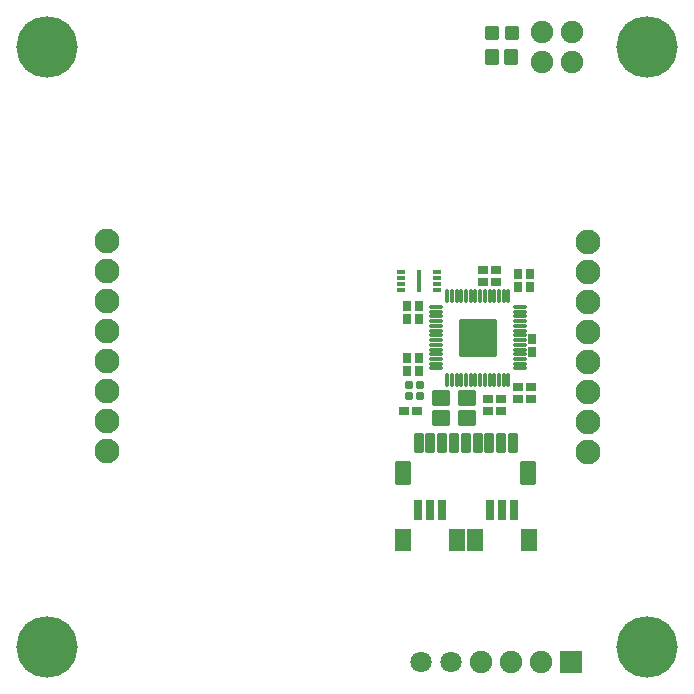
<source format=gts>
G04 Layer: TopSolderMaskLayer*
G04 EasyEDA v6.5.34, 2023-09-17 23:42:40*
G04 4de15a2352ea40a9a8a41922b0a97411,5a6b42c53f6a479593ecc07194224c93,10*
G04 Gerber Generator version 0.2*
G04 Scale: 100 percent, Rotated: No, Reflected: No *
G04 Dimensions in millimeters *
G04 leading zeros omitted , absolute positions ,4 integer and 5 decimal *
%FSLAX45Y45*%
%MOMM*%

%AMMACRO1*1,1,$1,$2,$3*1,1,$1,$4,$5*1,1,$1,0-$2,0-$3*1,1,$1,0-$4,0-$5*20,1,$1,$2,$3,$4,$5,0*20,1,$1,$4,$5,0-$2,0-$3,0*20,1,$1,0-$2,0-$3,0-$4,0-$5,0*20,1,$1,0-$4,0-$5,$2,$3,0*4,1,4,$2,$3,$4,$5,0-$2,0-$3,0-$4,0-$5,$2,$3,0*%
%ADD10MACRO1,0.1016X-0.6X0.9X0.6X0.9*%
%ADD11MACRO1,0.1016X-0.6007X0.8992X0.6007X0.8992*%
%ADD12MACRO1,0.1016X-0.3X0.775X0.3X0.775*%
%ADD13MACRO1,0.2032X0.3X-0.775X-0.3X-0.775*%
%ADD14MACRO1,0.2032X0.6X-0.9X-0.6X-0.9*%
%ADD15MACRO1,0.1016X0.27X-0.395X-0.27X-0.395*%
%ADD16MACRO1,0.1016X0.27X0.395X-0.27X0.395*%
%ADD17MACRO1,0.1016X0.395X0.27X0.395X-0.27*%
%ADD18MACRO1,0.1016X-0.395X0.27X-0.395X-0.27*%
%ADD19MACRO1,0.1016X-0.27X0.395X0.27X0.395*%
%ADD20MACRO1,0.1016X-0.27X-0.395X0.27X-0.395*%
%ADD21MACRO1,0.1016X0.7X-0.6X0.7X0.6*%
%ADD22MACRO1,0.1016X-0.7X-0.6X-0.7X0.6*%
%ADD23MACRO1,0.1016X-0.7X0.6X-0.7X-0.6*%
%ADD24MACRO1,0.1016X0.7X0.6X0.7X-0.6*%
%ADD25MACRO1,0.1X-0.55X0.1X0.55X0.1*%
%ADD26MACRO1,0.1X-0.1X-0.55X-0.1X0.55*%
%ADD27MACRO1,0.1X0.55X-0.1X-0.55X-0.1*%
%ADD28MACRO1,0.1X0.1X0.55X0.1X-0.55*%
%ADD29MACRO1,0.1X-1.55X1.55X1.55X1.55*%
%ADD30MACRO1,0.1016X-0.395X-0.27X-0.395X0.27*%
%ADD31MACRO1,0.1016X0.395X-0.27X0.395X0.27*%
%ADD32MACRO1,0.1016X-0.3X0.14X0.3X0.14*%
%ADD33MACRO1,0.1016X0.15X-0.85X-0.15X-0.85*%
%ADD34MACRO1,0.1016X-0.275X-0.275X-0.275X0.275*%
%ADD35MACRO1,0.2032X-0.45X-0.5X-0.45X0.5*%
%ADD36MACRO1,0.2032X0.5X-0.55X-0.5X-0.55*%
%ADD37C,5.2032*%
%ADD38C,1.9016*%
%ADD39C,1.8016*%
%ADD40C,2.1016*%
%ADD41MACRO1,0.1016X-0.9X-0.85X0.9X-0.85*%

%LPD*%
D10*
G01*
X3389505Y1283449D03*
D11*
G01*
X3849479Y1283472D03*
D12*
G01*
X3719504Y1535948D03*
G01*
X3619505Y1535948D03*
G01*
X3519505Y1535948D03*
D10*
G01*
X3999105Y1283449D03*
D11*
G01*
X4459079Y1283472D03*
D12*
G01*
X4329104Y1535948D03*
G01*
X4229105Y1535948D03*
G01*
X4129105Y1535948D03*
D13*
G01*
X4324291Y2107445D03*
G01*
X4224291Y2107445D03*
G01*
X4124291Y2107445D03*
G01*
X4024292Y2107445D03*
G01*
X3924292Y2107445D03*
G01*
X3824292Y2107445D03*
G01*
X3724292Y2107445D03*
G01*
X3624292Y2107445D03*
G01*
X3524293Y2107445D03*
D14*
G01*
X4454291Y1854946D03*
G01*
X3394293Y1854946D03*
D15*
G01*
X4368792Y3534298D03*
D16*
G01*
X4368792Y3425286D03*
D17*
G01*
X4072986Y3467092D03*
D18*
G01*
X4181998Y3467092D03*
D19*
G01*
X4470389Y3425286D03*
D20*
G01*
X4470389Y3534298D03*
D21*
G01*
X3712692Y2315306D03*
D22*
G01*
X3932692Y2315306D03*
D23*
G01*
X3932692Y2485308D03*
D24*
G01*
X3712692Y2485308D03*
D17*
G01*
X3399886Y2374894D03*
D18*
G01*
X3508898Y2374894D03*
D17*
G01*
X4111083Y2374894D03*
D18*
G01*
X4220095Y2374894D03*
D17*
G01*
X4111083Y2476494D03*
D18*
G01*
X4220095Y2476494D03*
D17*
G01*
X4365083Y2476494D03*
D18*
G01*
X4474095Y2476494D03*
D25*
G01*
X3670882Y3257202D03*
G01*
X3670882Y3217197D03*
G01*
X3670882Y3177192D03*
G01*
X3670882Y3137187D03*
G01*
X3670882Y3097207D03*
G01*
X3670882Y3057202D03*
G01*
X3670882Y3017197D03*
G01*
X3670882Y2977192D03*
G01*
X3670882Y2937187D03*
G01*
X3670882Y2897207D03*
G01*
X3670882Y2857202D03*
G01*
X3670882Y2817197D03*
G01*
X3670882Y2777192D03*
G01*
X3670882Y2737187D03*
D26*
G01*
X3765897Y2642199D03*
G01*
X3805877Y2642199D03*
G01*
X3845882Y2642199D03*
G01*
X3885887Y2642199D03*
G01*
X3925892Y2642199D03*
G01*
X3965897Y2642199D03*
G01*
X4005877Y2642199D03*
G01*
X4045882Y2642199D03*
G01*
X4085887Y2642199D03*
G01*
X4125892Y2642199D03*
G01*
X4165897Y2642199D03*
G01*
X4205876Y2642199D03*
G01*
X4245881Y2642199D03*
G01*
X4285886Y2642199D03*
D27*
G01*
X4380900Y2737187D03*
G01*
X4380900Y2777192D03*
G01*
X4380900Y2817197D03*
G01*
X4380900Y2857202D03*
G01*
X4380900Y2897207D03*
G01*
X4380900Y2937187D03*
G01*
X4380900Y2977192D03*
G01*
X4380900Y3017197D03*
G01*
X4380900Y3057202D03*
G01*
X4380900Y3097207D03*
G01*
X4380900Y3137187D03*
G01*
X4380900Y3177192D03*
G01*
X4380900Y3217197D03*
G01*
X4380900Y3257202D03*
D28*
G01*
X4285886Y3352190D03*
G01*
X4245881Y3352190D03*
G01*
X4205876Y3352190D03*
G01*
X4165897Y3352190D03*
G01*
X4125892Y3352190D03*
G01*
X4085887Y3352190D03*
G01*
X4045882Y3352190D03*
G01*
X4005877Y3352190D03*
G01*
X3965897Y3352190D03*
G01*
X3925892Y3352190D03*
G01*
X3885887Y3352190D03*
G01*
X3845882Y3352190D03*
G01*
X3805877Y3352190D03*
G01*
X3765897Y3352190D03*
D29*
G01*
X4025887Y2997200D03*
D30*
G01*
X4181995Y3568692D03*
D31*
G01*
X4072983Y3568692D03*
D17*
G01*
X4365083Y2578094D03*
D18*
G01*
X4474095Y2578094D03*
D19*
G01*
X4483089Y2879189D03*
D20*
G01*
X4483089Y2988200D03*
D32*
G01*
X3681331Y3404793D03*
G01*
X3681331Y3454806D03*
G01*
X3681331Y3504793D03*
G01*
X3681331Y3554806D03*
G01*
X3379848Y3404793D03*
G01*
X3379848Y3454806D03*
G01*
X3379848Y3504793D03*
G01*
X3379848Y3554806D03*
D33*
G01*
X3530587Y3479797D03*
D15*
G01*
X3530592Y3267598D03*
D16*
G01*
X3530592Y3158586D03*
D15*
G01*
X3428992Y3267598D03*
D16*
G01*
X3428992Y3158586D03*
D15*
G01*
X3428992Y2823100D03*
D16*
G01*
X3428992Y2714089D03*
D15*
G01*
X3530592Y2823100D03*
D16*
G01*
X3530592Y2714089D03*
D34*
G01*
X3444968Y2505193D03*
G01*
X3539985Y2505193D03*
G01*
X3539990Y2600215D03*
G01*
X3444968Y2600214D03*
D35*
G01*
X4144083Y5575284D03*
G01*
X4314083Y5575284D03*
D36*
G01*
X4149084Y5372092D03*
G01*
X4309084Y5372092D03*
D37*
G01*
X380992Y5460992D03*
G01*
X380992Y380992D03*
G01*
X5460992Y380992D03*
G01*
X5460992Y5460992D03*
D38*
G01*
X4571992Y5587992D03*
G01*
X4571992Y5333992D03*
G01*
X4825992Y5333992D03*
G01*
X4825992Y5587992D03*
D39*
G01*
X3543292Y253992D03*
G01*
X3797292Y253992D03*
D40*
G01*
X4956573Y3807198D03*
G01*
X4956573Y3553198D03*
G01*
X4956573Y3299198D03*
G01*
X4956573Y3045198D03*
G01*
X4956573Y2791198D03*
G01*
X4956573Y2537198D03*
G01*
X4956573Y2283198D03*
G01*
X4956573Y2029198D03*
G01*
X885410Y3812786D03*
G01*
X885410Y3558786D03*
G01*
X885410Y3304786D03*
G01*
X885410Y3050786D03*
G01*
X885410Y2796786D03*
G01*
X885410Y2542786D03*
G01*
X885410Y2288786D03*
G01*
X885410Y2034786D03*
D41*
G01*
X4813289Y254001D03*
D38*
G01*
X4559292Y253992D03*
G01*
X4305292Y253992D03*
G01*
X4051292Y253992D03*
M02*

</source>
